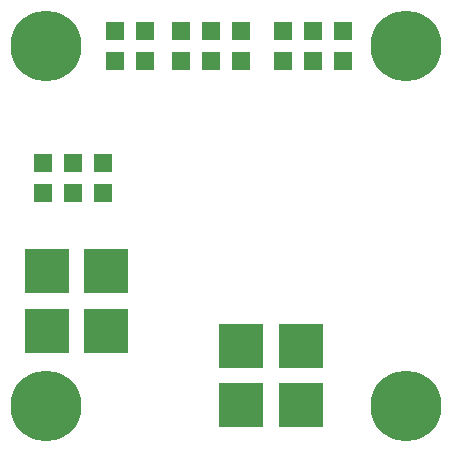
<source format=gbr>
G04 #@! TF.FileFunction,Soldermask,Top*
%FSLAX46Y46*%
G04 Gerber Fmt 4.6, Leading zero omitted, Abs format (unit mm)*
G04 Created by KiCad (PCBNEW 0.201508241000+6117~28~ubuntu15.04.1-product) date Út 25. srpen 2015, 11:09:19 CEST*
%MOMM*%
G01*
G04 APERTURE LIST*
%ADD10C,0.100000*%
%ADD11R,1.524000X1.524000*%
%ADD12C,6.000000*%
%ADD13R,3.810000X3.810000*%
G04 APERTURE END LIST*
D10*
D11*
X9906000Y12954000D03*
X7366000Y12954000D03*
X4826000Y12954000D03*
X9906000Y15494000D03*
X7366000Y15494000D03*
X4826000Y15494000D03*
X10922000Y24130000D03*
X10922000Y26670000D03*
X13462000Y24130000D03*
X13462000Y26670000D03*
X25146000Y24130000D03*
X25146000Y26670000D03*
X27686000Y24130000D03*
X27686000Y26670000D03*
X30226000Y24130000D03*
X30226000Y26670000D03*
X16510000Y24130000D03*
X16510000Y26670000D03*
X19050000Y24130000D03*
X19050000Y26670000D03*
X21590000Y24130000D03*
X21590000Y26670000D03*
D12*
X5080000Y25400000D03*
X5080000Y-5080000D03*
X35560000Y25400000D03*
X35560000Y-5080000D03*
D13*
X5160000Y6350000D03*
X10160000Y6350000D03*
X5160000Y1270000D03*
X10160000Y1270000D03*
X26670000Y-5000000D03*
X26670000Y0D03*
X21590000Y-5000000D03*
X21590000Y0D03*
M02*

</source>
